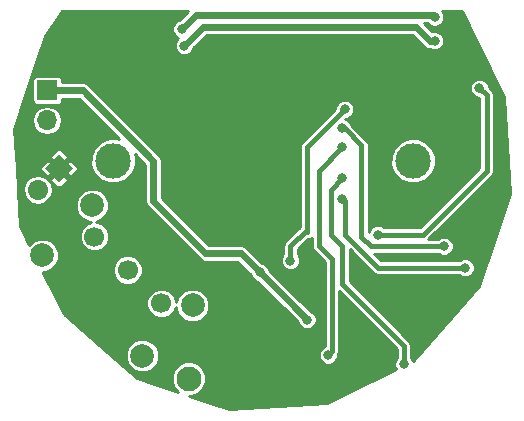
<source format=gbr>
G04 #@! TF.GenerationSoftware,KiCad,Pcbnew,no-vcs-found-33e0758~58~ubuntu16.04.1*
G04 #@! TF.CreationDate,2018-05-09T13:31:26+02:00*
G04 #@! TF.ProjectId,dropbuzzer,64726F7062757A7A65722E6B69636164,rev?*
G04 #@! TF.FileFunction,Copper,L2,Bot,Signal*
G04 #@! TF.FilePolarity,Positive*
%FSLAX46Y46*%
G04 Gerber Fmt 4.6, Leading zero omitted, Abs format (unit mm)*
G04 Created by KiCad (PCBNEW no-vcs-found-33e0758~58~ubuntu16.04.1) date Wed May  9 13:31:26 2018*
%MOMM*%
%LPD*%
G01*
G04 APERTURE LIST*
%ADD10C,0.100000*%
%ADD11C,2.100000*%
%ADD12O,1.700000X1.700000*%
%ADD13R,1.700000X1.700000*%
%ADD14C,1.800000*%
%ADD15C,2.999740*%
%ADD16C,1.700000*%
%ADD17C,1.700000*%
%ADD18C,2.000000*%
%ADD19C,0.800000*%
%ADD20C,0.600000*%
%ADD21C,0.400000*%
%ADD22C,0.254000*%
G04 APERTURE END LIST*
D10*
D11*
X113000000Y-100400000D03*
D12*
X101000000Y-78540000D03*
D13*
X101000000Y-76000000D03*
D14*
X121200000Y-80400000D03*
X119000000Y-80400000D03*
X116800000Y-80400000D03*
X116800000Y-78200000D03*
X119000000Y-78200000D03*
X121200000Y-78200000D03*
X121200000Y-76000000D03*
X119000000Y-76000000D03*
D15*
X106575721Y-81957960D03*
X131975721Y-81957960D03*
D16*
X100203949Y-84396051D03*
D17*
X100203949Y-84396051D02*
X100203949Y-84396051D01*
D16*
X102000000Y-82600000D03*
D10*
G36*
X100797918Y-82600000D02*
X102000000Y-81397918D01*
X103202082Y-82600000D01*
X102000000Y-83802082D01*
X100797918Y-82600000D01*
X100797918Y-82600000D01*
G37*
D16*
X110656854Y-94028427D03*
X107828427Y-91200000D03*
X105000000Y-88371573D03*
D18*
X100580583Y-89962563D03*
X109065864Y-98447845D03*
X113308505Y-94205204D03*
X104823223Y-85719923D03*
D14*
X116800000Y-76000000D03*
D19*
X133800000Y-71800000D03*
X112600000Y-72200000D03*
X119000000Y-91400000D03*
X123000000Y-95400000D03*
X133800000Y-69800000D03*
X112400000Y-70800000D03*
X137600000Y-75800000D03*
X129000000Y-88200000D03*
X136400000Y-91000000D03*
X126000000Y-85200000D03*
X131200000Y-99200000D03*
X126000000Y-83400000D03*
X124800000Y-98400000D03*
X126000000Y-80800000D03*
X121600000Y-90400000D03*
X126200000Y-77600000D03*
X134600000Y-89200000D03*
X126000000Y-79200000D03*
D20*
X133400000Y-71800000D02*
X133800000Y-71800000D01*
X132200000Y-70600000D02*
X133400000Y-71800000D01*
X114200000Y-70600000D02*
X132200000Y-70600000D01*
X112600000Y-72200000D02*
X114200000Y-70600000D01*
X119000000Y-91400000D02*
X121800000Y-94200000D01*
X121800000Y-94200000D02*
X123000000Y-95400000D01*
X133600000Y-69600000D02*
X133800000Y-69800000D01*
X113600000Y-69600000D02*
X133600000Y-69600000D01*
X112400000Y-70800000D02*
X113600000Y-69600000D01*
X104000000Y-76000000D02*
X101000000Y-76000000D01*
X119000000Y-91400000D02*
X117400000Y-89800000D01*
X117400000Y-89800000D02*
X114400000Y-89800000D01*
X114400000Y-89800000D02*
X110000000Y-85400000D01*
X110000000Y-85400000D02*
X110000000Y-82000000D01*
X110000000Y-82000000D02*
X104000000Y-76000000D01*
D21*
X138200000Y-76400000D02*
X137600000Y-75800000D01*
X138200000Y-82800000D02*
X138200000Y-76400000D01*
X132800000Y-88200000D02*
X138200000Y-82800000D01*
X129000000Y-88200000D02*
X132800000Y-88200000D01*
X129000000Y-91000000D02*
X136400000Y-91000000D01*
X126200000Y-88200000D02*
X129000000Y-91000000D01*
X126200000Y-85400000D02*
X126200000Y-88200000D01*
X126000000Y-85200000D02*
X126200000Y-85400000D01*
X126000000Y-89400000D02*
X126000000Y-89200000D01*
X125000000Y-84400000D02*
X126000000Y-83400000D01*
X125000000Y-88200000D02*
X125000000Y-84400000D01*
X126000000Y-89200000D02*
X125000000Y-88200000D01*
X131200000Y-97600000D02*
X131200000Y-99200000D01*
X126000000Y-92400000D02*
X131200000Y-97600000D01*
X126000000Y-89400000D02*
X126000000Y-92400000D01*
X126000000Y-80800000D02*
X124000000Y-82800000D01*
X124000000Y-89200000D02*
X125100000Y-90300000D01*
X124000000Y-82800000D02*
X124000000Y-89200000D01*
X125100000Y-90300000D02*
X125100000Y-98100000D01*
X125100000Y-98100000D02*
X124800000Y-98400000D01*
X124200000Y-79600000D02*
X123000000Y-80800000D01*
X123000000Y-80800000D02*
X123000000Y-87800000D01*
X123000000Y-87800000D02*
X123000000Y-88000000D01*
X123000000Y-88000000D02*
X123000000Y-87800000D01*
X124200000Y-79600000D02*
X125200000Y-78600000D01*
X121600000Y-90400000D02*
X121600000Y-89200000D01*
X121600000Y-89200000D02*
X123000000Y-87800000D01*
X125200000Y-78600000D02*
X126200000Y-77600000D01*
X126200000Y-77600000D02*
X126000000Y-77600000D01*
X126000000Y-79200000D02*
X126200000Y-79200000D01*
X126200000Y-79200000D02*
X127600000Y-80600000D01*
X128400000Y-89200000D02*
X134600000Y-89200000D01*
X128400000Y-89200000D02*
X127600000Y-88400000D01*
X127600000Y-88400000D02*
X127600000Y-80600000D01*
D22*
G36*
X112184133Y-70016019D02*
X111943468Y-70115460D01*
X111716258Y-70342274D01*
X111593140Y-70638774D01*
X111592860Y-70959818D01*
X111715460Y-71256532D01*
X111942274Y-71483742D01*
X112106803Y-71552061D01*
X111916258Y-71742274D01*
X111793140Y-72038774D01*
X111792860Y-72359818D01*
X111915460Y-72656532D01*
X112142274Y-72883742D01*
X112438774Y-73006860D01*
X112759818Y-73007140D01*
X113056532Y-72884540D01*
X113283742Y-72657726D01*
X113384306Y-72415542D01*
X114492849Y-71307000D01*
X131907152Y-71307000D01*
X132900075Y-72299924D01*
X133129442Y-72453183D01*
X133174330Y-72462112D01*
X133396709Y-72506345D01*
X133638774Y-72606860D01*
X133959818Y-72607140D01*
X134256532Y-72484540D01*
X134483742Y-72257726D01*
X134606860Y-71961226D01*
X134607140Y-71640182D01*
X134484540Y-71343468D01*
X134257726Y-71116258D01*
X133961226Y-70993140D01*
X133640182Y-70992860D01*
X133606589Y-71006740D01*
X132906848Y-70307000D01*
X133165840Y-70307000D01*
X133342274Y-70483742D01*
X133638774Y-70606860D01*
X133959818Y-70607140D01*
X134256532Y-70484540D01*
X134483742Y-70257726D01*
X134606860Y-69961226D01*
X134607140Y-69640182D01*
X134484540Y-69343468D01*
X134423179Y-69282000D01*
X136100296Y-69282000D01*
X139667459Y-76514173D01*
X140208801Y-84764315D01*
X137551743Y-92593617D01*
X132100800Y-98810132D01*
X131944034Y-98887455D01*
X131884540Y-98743468D01*
X131807000Y-98665793D01*
X131807000Y-97600005D01*
X131807001Y-97600000D01*
X131760795Y-97367712D01*
X131760795Y-97367711D01*
X131629214Y-97170786D01*
X131629211Y-97170784D01*
X126607000Y-92148572D01*
X126607000Y-89465428D01*
X128570786Y-91429214D01*
X128767711Y-91560795D01*
X129000000Y-91607000D01*
X135865666Y-91607000D01*
X135942274Y-91683742D01*
X136238774Y-91806860D01*
X136559818Y-91807140D01*
X136856532Y-91684540D01*
X137083742Y-91457726D01*
X137206860Y-91161226D01*
X137207140Y-90840182D01*
X137084540Y-90543468D01*
X136857726Y-90316258D01*
X136561226Y-90193140D01*
X136240182Y-90192860D01*
X135943468Y-90315460D01*
X135865793Y-90393000D01*
X129251428Y-90393000D01*
X128665428Y-89807000D01*
X134065666Y-89807000D01*
X134142274Y-89883742D01*
X134438774Y-90006860D01*
X134759818Y-90007140D01*
X135056532Y-89884540D01*
X135283742Y-89657726D01*
X135406860Y-89361226D01*
X135407140Y-89040182D01*
X135284540Y-88743468D01*
X135057726Y-88516258D01*
X134761226Y-88393140D01*
X134440182Y-88392860D01*
X134143468Y-88515460D01*
X134065793Y-88593000D01*
X133265428Y-88593000D01*
X138629214Y-83229214D01*
X138760795Y-83032289D01*
X138807000Y-82800000D01*
X138807000Y-76400000D01*
X138760795Y-76167711D01*
X138629214Y-75970786D01*
X138407045Y-75748617D01*
X138407140Y-75640182D01*
X138284540Y-75343468D01*
X138057726Y-75116258D01*
X137761226Y-74993140D01*
X137440182Y-74992860D01*
X137143468Y-75115460D01*
X136916258Y-75342274D01*
X136793140Y-75638774D01*
X136792860Y-75959818D01*
X136915460Y-76256532D01*
X137142274Y-76483742D01*
X137438774Y-76606860D01*
X137548528Y-76606956D01*
X137593000Y-76651428D01*
X137593000Y-82548572D01*
X132548572Y-87593000D01*
X129534334Y-87593000D01*
X129457726Y-87516258D01*
X129161226Y-87393140D01*
X128840182Y-87392860D01*
X128543468Y-87515460D01*
X128316258Y-87742274D01*
X128207000Y-88005396D01*
X128207000Y-82335596D01*
X130068521Y-82335596D01*
X130358213Y-83036704D01*
X130894155Y-83573583D01*
X131594757Y-83864498D01*
X132353357Y-83865160D01*
X133054465Y-83575468D01*
X133591344Y-83039526D01*
X133882259Y-82338924D01*
X133882921Y-81580324D01*
X133593229Y-80879216D01*
X133057287Y-80342337D01*
X132356685Y-80051422D01*
X131598085Y-80050760D01*
X130896977Y-80340452D01*
X130360098Y-80876394D01*
X130069183Y-81576996D01*
X130068521Y-82335596D01*
X128207000Y-82335596D01*
X128207000Y-80600000D01*
X128160795Y-80367711D01*
X128029214Y-80170786D01*
X126742733Y-78884305D01*
X126684540Y-78743468D01*
X126457726Y-78516258D01*
X126234756Y-78423672D01*
X126251383Y-78407045D01*
X126359818Y-78407140D01*
X126656532Y-78284540D01*
X126883742Y-78057726D01*
X127006860Y-77761226D01*
X127007140Y-77440182D01*
X126884540Y-77143468D01*
X126657726Y-76916258D01*
X126361226Y-76793140D01*
X126040182Y-76792860D01*
X125743468Y-76915460D01*
X125516258Y-77142274D01*
X125393140Y-77438774D01*
X125393044Y-77548528D01*
X122570786Y-80370786D01*
X122439205Y-80567711D01*
X122393000Y-80800000D01*
X122393000Y-87548572D01*
X121170786Y-88770786D01*
X121039205Y-88967711D01*
X120993000Y-89200000D01*
X120993000Y-89865666D01*
X120916258Y-89942274D01*
X120793140Y-90238774D01*
X120792860Y-90559818D01*
X120915460Y-90856532D01*
X121142274Y-91083742D01*
X121438774Y-91206860D01*
X121759818Y-91207140D01*
X122056532Y-91084540D01*
X122283742Y-90857726D01*
X122406860Y-90561226D01*
X122407140Y-90240182D01*
X122284540Y-89943468D01*
X122207000Y-89865793D01*
X122207000Y-89451428D01*
X123064198Y-88594230D01*
X123232289Y-88560795D01*
X123393000Y-88453411D01*
X123393000Y-89200000D01*
X123439205Y-89432289D01*
X123570786Y-89629214D01*
X124493000Y-90551428D01*
X124493000Y-97653674D01*
X124343468Y-97715460D01*
X124116258Y-97942274D01*
X123993140Y-98238774D01*
X123992860Y-98559818D01*
X124115460Y-98856532D01*
X124342274Y-99083742D01*
X124638774Y-99206860D01*
X124959818Y-99207140D01*
X125256532Y-99084540D01*
X125483742Y-98857726D01*
X125606860Y-98561226D01*
X125606989Y-98412815D01*
X125660795Y-98332289D01*
X125707000Y-98100000D01*
X125707000Y-92965428D01*
X130593000Y-97851427D01*
X130593000Y-98665666D01*
X130516258Y-98742274D01*
X130393140Y-99038774D01*
X130392860Y-99359818D01*
X130493337Y-99602990D01*
X124685827Y-102467459D01*
X116435685Y-103008801D01*
X113041889Y-101857037D01*
X113288544Y-101857252D01*
X113824246Y-101635904D01*
X114234464Y-101226402D01*
X114456746Y-100691087D01*
X114457252Y-100111456D01*
X114235904Y-99575754D01*
X113826402Y-99165536D01*
X113291087Y-98943254D01*
X112711456Y-98942748D01*
X112175754Y-99164096D01*
X111765536Y-99573598D01*
X111543254Y-100108913D01*
X111542748Y-100688544D01*
X111764096Y-101224246D01*
X112064744Y-101525419D01*
X108606383Y-100351743D01*
X106752864Y-98726487D01*
X107658620Y-98726487D01*
X107872372Y-99243805D01*
X108267822Y-99639946D01*
X108784767Y-99854600D01*
X109344506Y-99855089D01*
X109861824Y-99641337D01*
X110257965Y-99245887D01*
X110472619Y-98728942D01*
X110473108Y-98169203D01*
X110259356Y-97651885D01*
X109863906Y-97255744D01*
X109346961Y-97041090D01*
X108787222Y-97040601D01*
X108269904Y-97254353D01*
X107873763Y-97649803D01*
X107659109Y-98166748D01*
X107658620Y-98726487D01*
X106752864Y-98726487D01*
X102389868Y-94900800D01*
X102082367Y-94277363D01*
X109399636Y-94277363D01*
X109590600Y-94739530D01*
X109943891Y-95093438D01*
X110405724Y-95285208D01*
X110905790Y-95285645D01*
X111367957Y-95094681D01*
X111721865Y-94741390D01*
X111901414Y-94308989D01*
X111901261Y-94483846D01*
X112115013Y-95001164D01*
X112510463Y-95397305D01*
X113027408Y-95611959D01*
X113587147Y-95612448D01*
X114104465Y-95398696D01*
X114500606Y-95003246D01*
X114715260Y-94486301D01*
X114715749Y-93926562D01*
X114501997Y-93409244D01*
X114106547Y-93013103D01*
X113589602Y-92798449D01*
X113029863Y-92797960D01*
X112512545Y-93011712D01*
X112116404Y-93407162D01*
X111913971Y-93894675D01*
X111914072Y-93779491D01*
X111723108Y-93317324D01*
X111369817Y-92963416D01*
X110907984Y-92771646D01*
X110407918Y-92771209D01*
X109945751Y-92962173D01*
X109591843Y-93315464D01*
X109400073Y-93777297D01*
X109399636Y-94277363D01*
X102082367Y-94277363D01*
X100687286Y-91448936D01*
X106571209Y-91448936D01*
X106762173Y-91911103D01*
X107115464Y-92265011D01*
X107577297Y-92456781D01*
X108077363Y-92457218D01*
X108539530Y-92266254D01*
X108893438Y-91912963D01*
X109085208Y-91451130D01*
X109085645Y-90951064D01*
X108894681Y-90488897D01*
X108541390Y-90134989D01*
X108079557Y-89943219D01*
X107579491Y-89942782D01*
X107117324Y-90133746D01*
X106763416Y-90487037D01*
X106571646Y-90948870D01*
X106571209Y-91448936D01*
X100687286Y-91448936D01*
X100648166Y-91369623D01*
X100859225Y-91369807D01*
X101376543Y-91156055D01*
X101772684Y-90760605D01*
X101987338Y-90243660D01*
X101987827Y-89683921D01*
X101774075Y-89166603D01*
X101378625Y-88770462D01*
X100861680Y-88555808D01*
X100301941Y-88555319D01*
X99784623Y-88769071D01*
X99503768Y-89049436D01*
X98732541Y-87485827D01*
X98634953Y-85998565D01*
X103415979Y-85998565D01*
X103629731Y-86515883D01*
X104025181Y-86912024D01*
X104542126Y-87126678D01*
X104720862Y-87126834D01*
X104288897Y-87305319D01*
X103934989Y-87658610D01*
X103743219Y-88120443D01*
X103742782Y-88620509D01*
X103933746Y-89082676D01*
X104287037Y-89436584D01*
X104748870Y-89628354D01*
X105248936Y-89628791D01*
X105711103Y-89437827D01*
X106065011Y-89084536D01*
X106256781Y-88622703D01*
X106257218Y-88122637D01*
X106066254Y-87660470D01*
X105712963Y-87306562D01*
X105251130Y-87114792D01*
X105132067Y-87114688D01*
X105619183Y-86913415D01*
X106015324Y-86517965D01*
X106229978Y-86001020D01*
X106230467Y-85441281D01*
X106016715Y-84923963D01*
X105621265Y-84527822D01*
X105104320Y-84313168D01*
X104544581Y-84312679D01*
X104027263Y-84526431D01*
X103631122Y-84921881D01*
X103416468Y-85438826D01*
X103415979Y-85998565D01*
X98634953Y-85998565D01*
X98528660Y-84378638D01*
X98929536Y-84378638D01*
X99025219Y-84859671D01*
X99297703Y-85267471D01*
X99332528Y-85302297D01*
X99740328Y-85574781D01*
X100221362Y-85670463D01*
X100702395Y-85574781D01*
X101110195Y-85302297D01*
X101382679Y-84894497D01*
X101478361Y-84413464D01*
X101382679Y-83932430D01*
X101110195Y-83524630D01*
X101092253Y-83506688D01*
X101272917Y-83506688D01*
X101272917Y-83650584D01*
X101769453Y-84147119D01*
X101919043Y-84209082D01*
X102080957Y-84209082D01*
X102230547Y-84147120D01*
X102727083Y-83650584D01*
X102727083Y-83506688D01*
X102000000Y-82779605D01*
X101272917Y-83506688D01*
X101092253Y-83506688D01*
X101075369Y-83489805D01*
X100667569Y-83217321D01*
X100186536Y-83121638D01*
X99705503Y-83217321D01*
X99297703Y-83489805D01*
X99025219Y-83897605D01*
X98929536Y-84378638D01*
X98528660Y-84378638D01*
X98406641Y-82519043D01*
X100390918Y-82519043D01*
X100390918Y-82680957D01*
X100452881Y-82830547D01*
X100949416Y-83327083D01*
X101093312Y-83327083D01*
X101820395Y-82600000D01*
X102179605Y-82600000D01*
X102906688Y-83327083D01*
X103050584Y-83327083D01*
X103547120Y-82830547D01*
X103609082Y-82680957D01*
X103609082Y-82519043D01*
X103547119Y-82369453D01*
X103050584Y-81872917D01*
X102906688Y-81872917D01*
X102179605Y-82600000D01*
X101820395Y-82600000D01*
X101093312Y-81872917D01*
X100949416Y-81872917D01*
X100452880Y-82369453D01*
X100390918Y-82519043D01*
X98406641Y-82519043D01*
X98343018Y-81549416D01*
X101272917Y-81549416D01*
X101272917Y-81693312D01*
X102000000Y-82420395D01*
X102727083Y-81693312D01*
X102727083Y-81549416D01*
X102230547Y-81052881D01*
X102080957Y-80990918D01*
X101919043Y-80990918D01*
X101769453Y-81052880D01*
X101272917Y-81549416D01*
X98343018Y-81549416D01*
X98191199Y-79235685D01*
X98427296Y-78540000D01*
X99718374Y-78540000D01*
X99814057Y-79021033D01*
X100086541Y-79428833D01*
X100494341Y-79701317D01*
X100975374Y-79797000D01*
X101024626Y-79797000D01*
X101505659Y-79701317D01*
X101913459Y-79428833D01*
X102185943Y-79021033D01*
X102281626Y-78540000D01*
X102185943Y-78058967D01*
X101913459Y-77651167D01*
X101505659Y-77378683D01*
X101024626Y-77283000D01*
X100975374Y-77283000D01*
X100494341Y-77378683D01*
X100086541Y-77651167D01*
X99814057Y-78058967D01*
X99718374Y-78540000D01*
X98427296Y-78540000D01*
X99577771Y-75150000D01*
X99735027Y-75150000D01*
X99735027Y-76850000D01*
X99766615Y-77008803D01*
X99856570Y-77143430D01*
X99991197Y-77233385D01*
X100150000Y-77264973D01*
X101850000Y-77264973D01*
X102008803Y-77233385D01*
X102143430Y-77143430D01*
X102233385Y-77008803D01*
X102264973Y-76850000D01*
X102264973Y-76707000D01*
X103707152Y-76707000D01*
X107118953Y-80118801D01*
X106956685Y-80051422D01*
X106198085Y-80050760D01*
X105496977Y-80340452D01*
X104960098Y-80876394D01*
X104669183Y-81576996D01*
X104668521Y-82335596D01*
X104958213Y-83036704D01*
X105494155Y-83573583D01*
X106194757Y-83864498D01*
X106953357Y-83865160D01*
X107654465Y-83575468D01*
X108191344Y-83039526D01*
X108482259Y-82338924D01*
X108482921Y-81580324D01*
X108414230Y-81414079D01*
X109293000Y-82292849D01*
X109293000Y-85400000D01*
X109339205Y-85632289D01*
X109346817Y-85670557D01*
X109500076Y-85899924D01*
X113900076Y-90299925D01*
X114129443Y-90453183D01*
X114400000Y-90507000D01*
X117107152Y-90507000D01*
X118216020Y-91615868D01*
X118315460Y-91856532D01*
X118542274Y-92083742D01*
X118784458Y-92184306D01*
X121300076Y-94699925D01*
X121300079Y-94699927D01*
X122216020Y-95615868D01*
X122315460Y-95856532D01*
X122542274Y-96083742D01*
X122838774Y-96206860D01*
X123159818Y-96207140D01*
X123456532Y-96084540D01*
X123683742Y-95857726D01*
X123806860Y-95561226D01*
X123807140Y-95240182D01*
X123684540Y-94943468D01*
X123457726Y-94716258D01*
X123215543Y-94615695D01*
X122299927Y-93700079D01*
X122299925Y-93700076D01*
X119783981Y-91184133D01*
X119684540Y-90943468D01*
X119457726Y-90716258D01*
X119215544Y-90615695D01*
X117899924Y-89300076D01*
X117670557Y-89146817D01*
X117400000Y-89093000D01*
X114692849Y-89093000D01*
X110707000Y-85107152D01*
X110707000Y-82000000D01*
X110653183Y-81729443D01*
X110653183Y-81729442D01*
X110499924Y-81500075D01*
X104499924Y-75500076D01*
X104270557Y-75346817D01*
X104253720Y-75343468D01*
X104000000Y-75293000D01*
X102264973Y-75293000D01*
X102264973Y-75150000D01*
X102233385Y-74991197D01*
X102143430Y-74856570D01*
X102008803Y-74766615D01*
X101850000Y-74735027D01*
X100150000Y-74735027D01*
X99991197Y-74766615D01*
X99856570Y-74856570D01*
X99766615Y-74991197D01*
X99735027Y-75150000D01*
X99577771Y-75150000D01*
X100858668Y-71375703D01*
X102257637Y-69282000D01*
X112918151Y-69282000D01*
X112184133Y-70016019D01*
X112184133Y-70016019D01*
G37*
X112184133Y-70016019D02*
X111943468Y-70115460D01*
X111716258Y-70342274D01*
X111593140Y-70638774D01*
X111592860Y-70959818D01*
X111715460Y-71256532D01*
X111942274Y-71483742D01*
X112106803Y-71552061D01*
X111916258Y-71742274D01*
X111793140Y-72038774D01*
X111792860Y-72359818D01*
X111915460Y-72656532D01*
X112142274Y-72883742D01*
X112438774Y-73006860D01*
X112759818Y-73007140D01*
X113056532Y-72884540D01*
X113283742Y-72657726D01*
X113384306Y-72415542D01*
X114492849Y-71307000D01*
X131907152Y-71307000D01*
X132900075Y-72299924D01*
X133129442Y-72453183D01*
X133174330Y-72462112D01*
X133396709Y-72506345D01*
X133638774Y-72606860D01*
X133959818Y-72607140D01*
X134256532Y-72484540D01*
X134483742Y-72257726D01*
X134606860Y-71961226D01*
X134607140Y-71640182D01*
X134484540Y-71343468D01*
X134257726Y-71116258D01*
X133961226Y-70993140D01*
X133640182Y-70992860D01*
X133606589Y-71006740D01*
X132906848Y-70307000D01*
X133165840Y-70307000D01*
X133342274Y-70483742D01*
X133638774Y-70606860D01*
X133959818Y-70607140D01*
X134256532Y-70484540D01*
X134483742Y-70257726D01*
X134606860Y-69961226D01*
X134607140Y-69640182D01*
X134484540Y-69343468D01*
X134423179Y-69282000D01*
X136100296Y-69282000D01*
X139667459Y-76514173D01*
X140208801Y-84764315D01*
X137551743Y-92593617D01*
X132100800Y-98810132D01*
X131944034Y-98887455D01*
X131884540Y-98743468D01*
X131807000Y-98665793D01*
X131807000Y-97600005D01*
X131807001Y-97600000D01*
X131760795Y-97367712D01*
X131760795Y-97367711D01*
X131629214Y-97170786D01*
X131629211Y-97170784D01*
X126607000Y-92148572D01*
X126607000Y-89465428D01*
X128570786Y-91429214D01*
X128767711Y-91560795D01*
X129000000Y-91607000D01*
X135865666Y-91607000D01*
X135942274Y-91683742D01*
X136238774Y-91806860D01*
X136559818Y-91807140D01*
X136856532Y-91684540D01*
X137083742Y-91457726D01*
X137206860Y-91161226D01*
X137207140Y-90840182D01*
X137084540Y-90543468D01*
X136857726Y-90316258D01*
X136561226Y-90193140D01*
X136240182Y-90192860D01*
X135943468Y-90315460D01*
X135865793Y-90393000D01*
X129251428Y-90393000D01*
X128665428Y-89807000D01*
X134065666Y-89807000D01*
X134142274Y-89883742D01*
X134438774Y-90006860D01*
X134759818Y-90007140D01*
X135056532Y-89884540D01*
X135283742Y-89657726D01*
X135406860Y-89361226D01*
X135407140Y-89040182D01*
X135284540Y-88743468D01*
X135057726Y-88516258D01*
X134761226Y-88393140D01*
X134440182Y-88392860D01*
X134143468Y-88515460D01*
X134065793Y-88593000D01*
X133265428Y-88593000D01*
X138629214Y-83229214D01*
X138760795Y-83032289D01*
X138807000Y-82800000D01*
X138807000Y-76400000D01*
X138760795Y-76167711D01*
X138629214Y-75970786D01*
X138407045Y-75748617D01*
X138407140Y-75640182D01*
X138284540Y-75343468D01*
X138057726Y-75116258D01*
X137761226Y-74993140D01*
X137440182Y-74992860D01*
X137143468Y-75115460D01*
X136916258Y-75342274D01*
X136793140Y-75638774D01*
X136792860Y-75959818D01*
X136915460Y-76256532D01*
X137142274Y-76483742D01*
X137438774Y-76606860D01*
X137548528Y-76606956D01*
X137593000Y-76651428D01*
X137593000Y-82548572D01*
X132548572Y-87593000D01*
X129534334Y-87593000D01*
X129457726Y-87516258D01*
X129161226Y-87393140D01*
X128840182Y-87392860D01*
X128543468Y-87515460D01*
X128316258Y-87742274D01*
X128207000Y-88005396D01*
X128207000Y-82335596D01*
X130068521Y-82335596D01*
X130358213Y-83036704D01*
X130894155Y-83573583D01*
X131594757Y-83864498D01*
X132353357Y-83865160D01*
X133054465Y-83575468D01*
X133591344Y-83039526D01*
X133882259Y-82338924D01*
X133882921Y-81580324D01*
X133593229Y-80879216D01*
X133057287Y-80342337D01*
X132356685Y-80051422D01*
X131598085Y-80050760D01*
X130896977Y-80340452D01*
X130360098Y-80876394D01*
X130069183Y-81576996D01*
X130068521Y-82335596D01*
X128207000Y-82335596D01*
X128207000Y-80600000D01*
X128160795Y-80367711D01*
X128029214Y-80170786D01*
X126742733Y-78884305D01*
X126684540Y-78743468D01*
X126457726Y-78516258D01*
X126234756Y-78423672D01*
X126251383Y-78407045D01*
X126359818Y-78407140D01*
X126656532Y-78284540D01*
X126883742Y-78057726D01*
X127006860Y-77761226D01*
X127007140Y-77440182D01*
X126884540Y-77143468D01*
X126657726Y-76916258D01*
X126361226Y-76793140D01*
X126040182Y-76792860D01*
X125743468Y-76915460D01*
X125516258Y-77142274D01*
X125393140Y-77438774D01*
X125393044Y-77548528D01*
X122570786Y-80370786D01*
X122439205Y-80567711D01*
X122393000Y-80800000D01*
X122393000Y-87548572D01*
X121170786Y-88770786D01*
X121039205Y-88967711D01*
X120993000Y-89200000D01*
X120993000Y-89865666D01*
X120916258Y-89942274D01*
X120793140Y-90238774D01*
X120792860Y-90559818D01*
X120915460Y-90856532D01*
X121142274Y-91083742D01*
X121438774Y-91206860D01*
X121759818Y-91207140D01*
X122056532Y-91084540D01*
X122283742Y-90857726D01*
X122406860Y-90561226D01*
X122407140Y-90240182D01*
X122284540Y-89943468D01*
X122207000Y-89865793D01*
X122207000Y-89451428D01*
X123064198Y-88594230D01*
X123232289Y-88560795D01*
X123393000Y-88453411D01*
X123393000Y-89200000D01*
X123439205Y-89432289D01*
X123570786Y-89629214D01*
X124493000Y-90551428D01*
X124493000Y-97653674D01*
X124343468Y-97715460D01*
X124116258Y-97942274D01*
X123993140Y-98238774D01*
X123992860Y-98559818D01*
X124115460Y-98856532D01*
X124342274Y-99083742D01*
X124638774Y-99206860D01*
X124959818Y-99207140D01*
X125256532Y-99084540D01*
X125483742Y-98857726D01*
X125606860Y-98561226D01*
X125606989Y-98412815D01*
X125660795Y-98332289D01*
X125707000Y-98100000D01*
X125707000Y-92965428D01*
X130593000Y-97851427D01*
X130593000Y-98665666D01*
X130516258Y-98742274D01*
X130393140Y-99038774D01*
X130392860Y-99359818D01*
X130493337Y-99602990D01*
X124685827Y-102467459D01*
X116435685Y-103008801D01*
X113041889Y-101857037D01*
X113288544Y-101857252D01*
X113824246Y-101635904D01*
X114234464Y-101226402D01*
X114456746Y-100691087D01*
X114457252Y-100111456D01*
X114235904Y-99575754D01*
X113826402Y-99165536D01*
X113291087Y-98943254D01*
X112711456Y-98942748D01*
X112175754Y-99164096D01*
X111765536Y-99573598D01*
X111543254Y-100108913D01*
X111542748Y-100688544D01*
X111764096Y-101224246D01*
X112064744Y-101525419D01*
X108606383Y-100351743D01*
X106752864Y-98726487D01*
X107658620Y-98726487D01*
X107872372Y-99243805D01*
X108267822Y-99639946D01*
X108784767Y-99854600D01*
X109344506Y-99855089D01*
X109861824Y-99641337D01*
X110257965Y-99245887D01*
X110472619Y-98728942D01*
X110473108Y-98169203D01*
X110259356Y-97651885D01*
X109863906Y-97255744D01*
X109346961Y-97041090D01*
X108787222Y-97040601D01*
X108269904Y-97254353D01*
X107873763Y-97649803D01*
X107659109Y-98166748D01*
X107658620Y-98726487D01*
X106752864Y-98726487D01*
X102389868Y-94900800D01*
X102082367Y-94277363D01*
X109399636Y-94277363D01*
X109590600Y-94739530D01*
X109943891Y-95093438D01*
X110405724Y-95285208D01*
X110905790Y-95285645D01*
X111367957Y-95094681D01*
X111721865Y-94741390D01*
X111901414Y-94308989D01*
X111901261Y-94483846D01*
X112115013Y-95001164D01*
X112510463Y-95397305D01*
X113027408Y-95611959D01*
X113587147Y-95612448D01*
X114104465Y-95398696D01*
X114500606Y-95003246D01*
X114715260Y-94486301D01*
X114715749Y-93926562D01*
X114501997Y-93409244D01*
X114106547Y-93013103D01*
X113589602Y-92798449D01*
X113029863Y-92797960D01*
X112512545Y-93011712D01*
X112116404Y-93407162D01*
X111913971Y-93894675D01*
X111914072Y-93779491D01*
X111723108Y-93317324D01*
X111369817Y-92963416D01*
X110907984Y-92771646D01*
X110407918Y-92771209D01*
X109945751Y-92962173D01*
X109591843Y-93315464D01*
X109400073Y-93777297D01*
X109399636Y-94277363D01*
X102082367Y-94277363D01*
X100687286Y-91448936D01*
X106571209Y-91448936D01*
X106762173Y-91911103D01*
X107115464Y-92265011D01*
X107577297Y-92456781D01*
X108077363Y-92457218D01*
X108539530Y-92266254D01*
X108893438Y-91912963D01*
X109085208Y-91451130D01*
X109085645Y-90951064D01*
X108894681Y-90488897D01*
X108541390Y-90134989D01*
X108079557Y-89943219D01*
X107579491Y-89942782D01*
X107117324Y-90133746D01*
X106763416Y-90487037D01*
X106571646Y-90948870D01*
X106571209Y-91448936D01*
X100687286Y-91448936D01*
X100648166Y-91369623D01*
X100859225Y-91369807D01*
X101376543Y-91156055D01*
X101772684Y-90760605D01*
X101987338Y-90243660D01*
X101987827Y-89683921D01*
X101774075Y-89166603D01*
X101378625Y-88770462D01*
X100861680Y-88555808D01*
X100301941Y-88555319D01*
X99784623Y-88769071D01*
X99503768Y-89049436D01*
X98732541Y-87485827D01*
X98634953Y-85998565D01*
X103415979Y-85998565D01*
X103629731Y-86515883D01*
X104025181Y-86912024D01*
X104542126Y-87126678D01*
X104720862Y-87126834D01*
X104288897Y-87305319D01*
X103934989Y-87658610D01*
X103743219Y-88120443D01*
X103742782Y-88620509D01*
X103933746Y-89082676D01*
X104287037Y-89436584D01*
X104748870Y-89628354D01*
X105248936Y-89628791D01*
X105711103Y-89437827D01*
X106065011Y-89084536D01*
X106256781Y-88622703D01*
X106257218Y-88122637D01*
X106066254Y-87660470D01*
X105712963Y-87306562D01*
X105251130Y-87114792D01*
X105132067Y-87114688D01*
X105619183Y-86913415D01*
X106015324Y-86517965D01*
X106229978Y-86001020D01*
X106230467Y-85441281D01*
X106016715Y-84923963D01*
X105621265Y-84527822D01*
X105104320Y-84313168D01*
X104544581Y-84312679D01*
X104027263Y-84526431D01*
X103631122Y-84921881D01*
X103416468Y-85438826D01*
X103415979Y-85998565D01*
X98634953Y-85998565D01*
X98528660Y-84378638D01*
X98929536Y-84378638D01*
X99025219Y-84859671D01*
X99297703Y-85267471D01*
X99332528Y-85302297D01*
X99740328Y-85574781D01*
X100221362Y-85670463D01*
X100702395Y-85574781D01*
X101110195Y-85302297D01*
X101382679Y-84894497D01*
X101478361Y-84413464D01*
X101382679Y-83932430D01*
X101110195Y-83524630D01*
X101092253Y-83506688D01*
X101272917Y-83506688D01*
X101272917Y-83650584D01*
X101769453Y-84147119D01*
X101919043Y-84209082D01*
X102080957Y-84209082D01*
X102230547Y-84147120D01*
X102727083Y-83650584D01*
X102727083Y-83506688D01*
X102000000Y-82779605D01*
X101272917Y-83506688D01*
X101092253Y-83506688D01*
X101075369Y-83489805D01*
X100667569Y-83217321D01*
X100186536Y-83121638D01*
X99705503Y-83217321D01*
X99297703Y-83489805D01*
X99025219Y-83897605D01*
X98929536Y-84378638D01*
X98528660Y-84378638D01*
X98406641Y-82519043D01*
X100390918Y-82519043D01*
X100390918Y-82680957D01*
X100452881Y-82830547D01*
X100949416Y-83327083D01*
X101093312Y-83327083D01*
X101820395Y-82600000D01*
X102179605Y-82600000D01*
X102906688Y-83327083D01*
X103050584Y-83327083D01*
X103547120Y-82830547D01*
X103609082Y-82680957D01*
X103609082Y-82519043D01*
X103547119Y-82369453D01*
X103050584Y-81872917D01*
X102906688Y-81872917D01*
X102179605Y-82600000D01*
X101820395Y-82600000D01*
X101093312Y-81872917D01*
X100949416Y-81872917D01*
X100452880Y-82369453D01*
X100390918Y-82519043D01*
X98406641Y-82519043D01*
X98343018Y-81549416D01*
X101272917Y-81549416D01*
X101272917Y-81693312D01*
X102000000Y-82420395D01*
X102727083Y-81693312D01*
X102727083Y-81549416D01*
X102230547Y-81052881D01*
X102080957Y-80990918D01*
X101919043Y-80990918D01*
X101769453Y-81052880D01*
X101272917Y-81549416D01*
X98343018Y-81549416D01*
X98191199Y-79235685D01*
X98427296Y-78540000D01*
X99718374Y-78540000D01*
X99814057Y-79021033D01*
X100086541Y-79428833D01*
X100494341Y-79701317D01*
X100975374Y-79797000D01*
X101024626Y-79797000D01*
X101505659Y-79701317D01*
X101913459Y-79428833D01*
X102185943Y-79021033D01*
X102281626Y-78540000D01*
X102185943Y-78058967D01*
X101913459Y-77651167D01*
X101505659Y-77378683D01*
X101024626Y-77283000D01*
X100975374Y-77283000D01*
X100494341Y-77378683D01*
X100086541Y-77651167D01*
X99814057Y-78058967D01*
X99718374Y-78540000D01*
X98427296Y-78540000D01*
X99577771Y-75150000D01*
X99735027Y-75150000D01*
X99735027Y-76850000D01*
X99766615Y-77008803D01*
X99856570Y-77143430D01*
X99991197Y-77233385D01*
X100150000Y-77264973D01*
X101850000Y-77264973D01*
X102008803Y-77233385D01*
X102143430Y-77143430D01*
X102233385Y-77008803D01*
X102264973Y-76850000D01*
X102264973Y-76707000D01*
X103707152Y-76707000D01*
X107118953Y-80118801D01*
X106956685Y-80051422D01*
X106198085Y-80050760D01*
X105496977Y-80340452D01*
X104960098Y-80876394D01*
X104669183Y-81576996D01*
X104668521Y-82335596D01*
X104958213Y-83036704D01*
X105494155Y-83573583D01*
X106194757Y-83864498D01*
X106953357Y-83865160D01*
X107654465Y-83575468D01*
X108191344Y-83039526D01*
X108482259Y-82338924D01*
X108482921Y-81580324D01*
X108414230Y-81414079D01*
X109293000Y-82292849D01*
X109293000Y-85400000D01*
X109339205Y-85632289D01*
X109346817Y-85670557D01*
X109500076Y-85899924D01*
X113900076Y-90299925D01*
X114129443Y-90453183D01*
X114400000Y-90507000D01*
X117107152Y-90507000D01*
X118216020Y-91615868D01*
X118315460Y-91856532D01*
X118542274Y-92083742D01*
X118784458Y-92184306D01*
X121300076Y-94699925D01*
X121300079Y-94699927D01*
X122216020Y-95615868D01*
X122315460Y-95856532D01*
X122542274Y-96083742D01*
X122838774Y-96206860D01*
X123159818Y-96207140D01*
X123456532Y-96084540D01*
X123683742Y-95857726D01*
X123806860Y-95561226D01*
X123807140Y-95240182D01*
X123684540Y-94943468D01*
X123457726Y-94716258D01*
X123215543Y-94615695D01*
X122299927Y-93700079D01*
X122299925Y-93700076D01*
X119783981Y-91184133D01*
X119684540Y-90943468D01*
X119457726Y-90716258D01*
X119215544Y-90615695D01*
X117899924Y-89300076D01*
X117670557Y-89146817D01*
X117400000Y-89093000D01*
X114692849Y-89093000D01*
X110707000Y-85107152D01*
X110707000Y-82000000D01*
X110653183Y-81729443D01*
X110653183Y-81729442D01*
X110499924Y-81500075D01*
X104499924Y-75500076D01*
X104270557Y-75346817D01*
X104253720Y-75343468D01*
X104000000Y-75293000D01*
X102264973Y-75293000D01*
X102264973Y-75150000D01*
X102233385Y-74991197D01*
X102143430Y-74856570D01*
X102008803Y-74766615D01*
X101850000Y-74735027D01*
X100150000Y-74735027D01*
X99991197Y-74766615D01*
X99856570Y-74856570D01*
X99766615Y-74991197D01*
X99735027Y-75150000D01*
X99577771Y-75150000D01*
X100858668Y-71375703D01*
X102257637Y-69282000D01*
X112918151Y-69282000D01*
X112184133Y-70016019D01*
M02*

</source>
